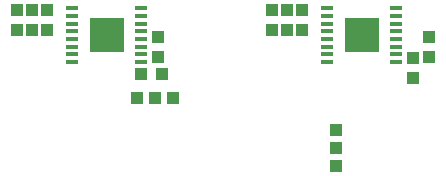
<source format=gtp>
From 3f74740bec4e1e3a9e168d84ae314b1e76705b4f Mon Sep 17 00:00:00 2001
From: Nicolas Schodet
Date: Thu, 7 Apr 2011 02:48:09 +0200
Subject: digital: batchpcb order

---
 .../pcb/orders/batchpcb_2011-04-06/spoke-motor.GTP | 80 ++++++++++++++++++++++
 1 file changed, 80 insertions(+)
 create mode 100644 digital/io-hub/pcb/orders/batchpcb_2011-04-06/spoke-motor.GTP

(limited to 'digital/io-hub/pcb/orders/batchpcb_2011-04-06/spoke-motor.GTP')

diff --git a/digital/io-hub/pcb/orders/batchpcb_2011-04-06/spoke-motor.GTP b/digital/io-hub/pcb/orders/batchpcb_2011-04-06/spoke-motor.GTP
new file mode 100644
index 00000000..a5bd4485
--- /dev/null
+++ b/digital/io-hub/pcb/orders/batchpcb_2011-04-06/spoke-motor.GTP
@@ -0,0 +1,80 @@
+G75*
+G70*
+%OFA0B0*%
+%FSLAX24Y24*%
+%IPPOS*%
+%LPD*%
+%AMOC8*
+5,1,8,0,0,1.08239X$1,22.5*
+%
+%ADD10R,0.0390X0.0120*%
+%ADD11R,0.1181X0.1181*%
+%ADD12R,0.0433X0.0394*%
+%ADD13R,0.0394X0.0433*%
+%ADD14R,0.0400X0.0400*%
+D10*
+X002875Y004878D03*
+X002875Y005134D03*
+X002875Y005390D03*
+X002875Y005646D03*
+X002875Y005902D03*
+X002875Y006158D03*
+X002875Y006414D03*
+X002875Y006670D03*
+X005173Y006670D03*
+X005173Y006414D03*
+X005173Y006158D03*
+X005173Y005902D03*
+X005173Y005646D03*
+X005173Y005390D03*
+X005173Y005134D03*
+X005173Y004878D03*
+X011375Y004878D03*
+X011375Y005134D03*
+X011375Y005390D03*
+X011375Y005646D03*
+X011375Y005902D03*
+X011375Y006158D03*
+X011375Y006414D03*
+X011375Y006670D03*
+X013673Y006670D03*
+X013673Y006414D03*
+X013673Y006158D03*
+X013673Y005902D03*
+X013673Y005646D03*
+X013673Y005390D03*
+X013673Y005134D03*
+X013673Y004878D03*
+D11*
+X012524Y005774D03*
+X004024Y005774D03*
+D12*
+X005724Y005709D03*
+X005724Y005039D03*
+X014224Y005009D03*
+X014774Y005039D03*
+X014774Y005709D03*
+X014224Y004339D03*
+D13*
+X010524Y005939D03*
+X010024Y005939D03*
+X009524Y005939D03*
+X009524Y006609D03*
+X010024Y006609D03*
+X010524Y006609D03*
+X005859Y004474D03*
+X005189Y004474D03*
+X002024Y005939D03*
+X001524Y005939D03*
+X001024Y005939D03*
+X001024Y006609D03*
+X001524Y006609D03*
+X002024Y006609D03*
+D14*
+X005024Y003674D03*
+X005624Y003674D03*
+X006224Y003674D03*
+X011674Y002624D03*
+X011674Y002024D03*
+X011674Y001424D03*
+M02*
-- 
cgit v1.2.3


</source>
